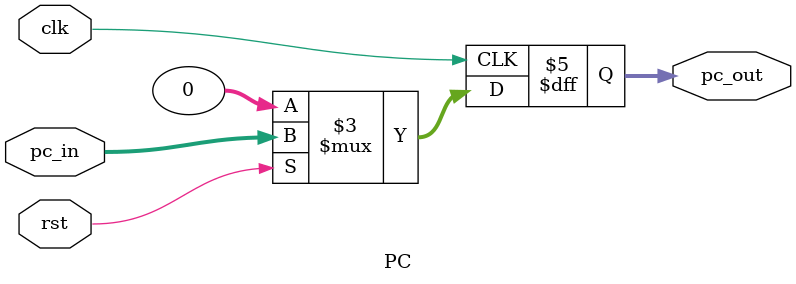
<source format=v>
module Fetch 
(	
	input zero, rst, clk, branch, 
	input [31:0] sigext, 
	
	output [31:0] inst
);

	wire [31:0] PC, PC_4, newPC;

	assign PC_4 = PC + 4; // pc+4  Adder
	assign newPC = (branch & zero) ? PC_4 + sigext : PC_4; // desvia se for um branch beq for true

	PC program_counter(newPC, clk, rst, PC);

	reg [31:0] inst_mem [0:31];

	assign inst = inst_mem[PC[31:2]];

	initial
	begin
		// Exemplos
		inst_mem[0] <= 32'h00000000; // nop
		inst_mem[1] <= 32'h00500113; // addi x2, x0, 5  ok
		inst_mem[2] <= 32'h00210233; // add  x4, x2, x2  ok
		//inst_mem[1] <= 32'h00202223; // sw x2, 8(x0) ok
		//inst_mem[1] <= 32'h0050a423; // sw x5, 8(x1) ok
		//inst_mem[2] <= 32'h0000a003; // lw x1, x0(0) ok
		//inst_mem[1] <= 32'hfff00113; // addi x2,x0,-1 ok
		//inst_mem[2] <= 32'h00318133; // add x2, x3, x3 ok
		//inst_mem[3] <= 32'h40328133; // sub x2, x5, x3 ok
	end

endmodule



module PC 
(
	input [31:0] pc_in, 
	input clk, rst, 
	
	output reg [31:0] pc_out
);

	always @(posedge clk) 
	begin
		pc_out <= pc_in;
		if (~rst)
			pc_out <= 0;
	end

endmodule




</source>
